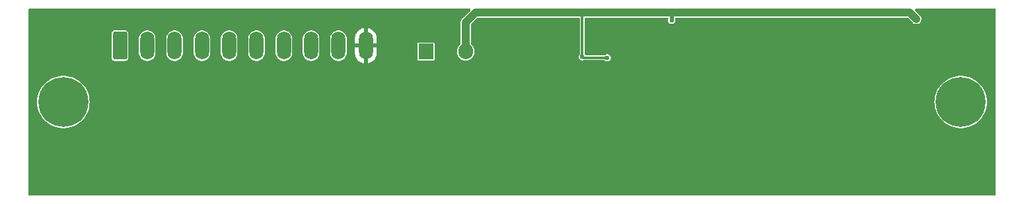
<source format=gbr>
%TF.GenerationSoftware,KiCad,Pcbnew,8.0.1*%
%TF.CreationDate,2025-01-20T12:05:53-05:00*%
%TF.ProjectId,200280,32303032-3830-42e6-9b69-6361645f7063,rev?*%
%TF.SameCoordinates,PX3473bc0PY5f5e100*%
%TF.FileFunction,Copper,L2,Bot*%
%TF.FilePolarity,Positive*%
%FSLAX46Y46*%
G04 Gerber Fmt 4.6, Leading zero omitted, Abs format (unit mm)*
G04 Created by KiCad (PCBNEW 8.0.1) date 2025-01-20 12:05:53*
%MOMM*%
%LPD*%
G01*
G04 APERTURE LIST*
G04 Aperture macros list*
%AMRoundRect*
0 Rectangle with rounded corners*
0 $1 Rounding radius*
0 $2 $3 $4 $5 $6 $7 $8 $9 X,Y pos of 4 corners*
0 Add a 4 corners polygon primitive as box body*
4,1,4,$2,$3,$4,$5,$6,$7,$8,$9,$2,$3,0*
0 Add four circle primitives for the rounded corners*
1,1,$1+$1,$2,$3*
1,1,$1+$1,$4,$5*
1,1,$1+$1,$6,$7*
1,1,$1+$1,$8,$9*
0 Add four rect primitives between the rounded corners*
20,1,$1+$1,$2,$3,$4,$5,0*
20,1,$1+$1,$4,$5,$6,$7,0*
20,1,$1+$1,$6,$7,$8,$9,0*
20,1,$1+$1,$8,$9,$2,$3,0*%
G04 Aperture macros list end*
%TA.AperFunction,ComponentPad*%
%ADD10RoundRect,0.250000X-0.650000X-1.550000X0.650000X-1.550000X0.650000X1.550000X-0.650000X1.550000X0*%
%TD*%
%TA.AperFunction,ComponentPad*%
%ADD11O,1.800000X3.600000*%
%TD*%
%TA.AperFunction,ComponentPad*%
%ADD12C,6.400000*%
%TD*%
%TA.AperFunction,ComponentPad*%
%ADD13O,1.905000X2.000000*%
%TD*%
%TA.AperFunction,ComponentPad*%
%ADD14R,1.905000X2.000000*%
%TD*%
%TA.AperFunction,ViaPad*%
%ADD15C,0.600000*%
%TD*%
%TA.AperFunction,Conductor*%
%ADD16C,0.300000*%
%TD*%
%TA.AperFunction,Conductor*%
%ADD17C,1.000000*%
%TD*%
%TA.AperFunction,Conductor*%
%ADD18C,0.500000*%
%TD*%
G04 APERTURE END LIST*
D10*
%TO.P,J1,1,Pin_1*%
%TO.N,/WallButton*%
X12250000Y19750000D03*
D11*
%TO.P,J1,2,Pin_2*%
%TO.N,/Return?*%
X15750000Y19750000D03*
%TO.P,J1,3,Pin_3*%
%TO.N,/Relay3_*%
X19250000Y19750000D03*
%TO.P,J1,4,Pin_4*%
%TO.N,/Relay2_*%
X22750000Y19750000D03*
%TO.P,J1,5,Pin_5*%
%TO.N,/Relay1_Light*%
X26250000Y19750000D03*
%TO.P,J1,6,Pin_6*%
%TO.N,/EndStopClosed*%
X29750000Y19750000D03*
%TO.P,J1,7,Pin_7*%
%TO.N,/EndStopOpen*%
X33250000Y19750000D03*
%TO.P,J1,8,Pin_8*%
%TO.N,/Obstruction*%
X36750000Y19750000D03*
%TO.P,J1,9,Pin_9*%
%TO.N,/PowerIn*%
X40250000Y19750000D03*
%TO.P,J1,10,Pin_10*%
%TO.N,GND*%
X43750000Y19750000D03*
%TD*%
D12*
%TO.P,H1,1,1*%
%TO.N,unconnected-(H1-Pad1)*%
X5000000Y12500000D03*
%TD*%
D13*
%TO.P,U3,3,VO*%
%TO.N,+5V*%
X56540000Y19000000D03*
%TO.P,U3,2,GND*%
%TO.N,GND*%
X54000000Y19000000D03*
D14*
%TO.P,U3,1,VI*%
%TO.N,/PowerIn*%
X51460000Y19000000D03*
%TD*%
D12*
%TO.P,H4,1,1*%
%TO.N,unconnected-(H4-Pad1)*%
X120000000Y12500000D03*
%TD*%
D15*
%TO.N,GND*%
X85500000Y7800000D03*
X72300000Y21400000D03*
X75700000Y16200000D03*
X67342195Y21342195D03*
X66912754Y19710432D03*
%TO.N,+5V*%
X74700000Y18200000D03*
X71500000Y18300000D03*
%TO.N,GND*%
X113400000Y20400000D03*
X113400000Y18600000D03*
X86500000Y19000000D03*
X85200000Y19000000D03*
X84200000Y12400000D03*
X84100000Y11425000D03*
X113700000Y19533000D03*
X87500000Y11400000D03*
X87400000Y17200000D03*
%TO.N,+5V*%
X82950000Y23000000D03*
X114300000Y23200000D03*
%TD*%
D16*
%TO.N,+5V*%
X71600000Y18200000D02*
X71500000Y18300000D01*
X74700000Y18200000D02*
X71600000Y18200000D01*
D17*
X71500000Y24000000D02*
X80400000Y24000000D01*
X57800000Y24000000D02*
X71500000Y24000000D01*
D16*
X71500000Y18300000D02*
X71500000Y24000000D01*
D17*
X80400000Y24000000D02*
X83000000Y24000000D01*
D16*
X82950000Y23950000D02*
X83000000Y24000000D01*
D17*
X83000000Y24000000D02*
X113500000Y24000000D01*
D18*
X82950000Y23000000D02*
X82950000Y23950000D01*
D17*
X56540000Y22740000D02*
X57800000Y24000000D01*
X113500000Y24000000D02*
X114300000Y23200000D01*
X56540000Y19000000D02*
X56540000Y22740000D01*
%TD*%
%TA.AperFunction,Conductor*%
%TO.N,GND*%
G36*
X57133089Y24479815D02*
G01*
X57178844Y24427011D01*
X57188788Y24357853D01*
X57159763Y24294297D01*
X57153731Y24287819D01*
X56118956Y23253044D01*
X56081412Y23215500D01*
X56026954Y23161043D01*
X55954675Y23052871D01*
X55954668Y23052858D01*
X55935815Y23007340D01*
X55935815Y23007339D01*
X55904883Y22932664D01*
X55904880Y22932654D01*
X55888121Y22848398D01*
X55879500Y22805059D01*
X55879500Y20006544D01*
X55859815Y19939505D01*
X55828388Y19906228D01*
X55814932Y19896452D01*
X55814926Y19896447D01*
X55691049Y19772570D01*
X55691045Y19772565D01*
X55588079Y19630843D01*
X55508543Y19474749D01*
X55454405Y19308129D01*
X55427000Y19135100D01*
X55427000Y18864901D01*
X55454405Y18691872D01*
X55508543Y18525252D01*
X55588079Y18369158D01*
X55691045Y18227436D01*
X55691049Y18227431D01*
X55814930Y18103550D01*
X55814935Y18103546D01*
X55890729Y18048479D01*
X55956661Y18000577D01*
X56056121Y17949900D01*
X56112751Y17921044D01*
X56112753Y17921044D01*
X56112756Y17921042D01*
X56279372Y17866905D01*
X56378090Y17851270D01*
X56452401Y17839500D01*
X56452405Y17839500D01*
X56627599Y17839500D01*
X56694704Y17850129D01*
X56800628Y17866905D01*
X56967244Y17921042D01*
X57123339Y18000577D01*
X57265071Y18103551D01*
X57388949Y18227429D01*
X57491923Y18369161D01*
X57571458Y18525256D01*
X57625595Y18691872D01*
X57642371Y18797796D01*
X57653000Y18864901D01*
X57653000Y19135100D01*
X57639714Y19218982D01*
X57625595Y19308128D01*
X57571458Y19474744D01*
X57571456Y19474747D01*
X57571456Y19474749D01*
X57542600Y19531379D01*
X57491923Y19630839D01*
X57462738Y19671009D01*
X57388954Y19772565D01*
X57388950Y19772570D01*
X57265073Y19896447D01*
X57265067Y19896452D01*
X57251612Y19906228D01*
X57208948Y19961559D01*
X57200500Y20006544D01*
X57200500Y22415050D01*
X57220185Y22482089D01*
X57236819Y22502731D01*
X58037269Y23303181D01*
X58098592Y23336666D01*
X58124950Y23339500D01*
X71065500Y23339500D01*
X71132539Y23319815D01*
X71178294Y23267011D01*
X71189500Y23215500D01*
X71189500Y18691117D01*
X71169815Y18624078D01*
X71159213Y18609914D01*
X71108620Y18551528D01*
X71108618Y18551525D01*
X71053610Y18431076D01*
X71053609Y18431072D01*
X71034765Y18300000D01*
X71053609Y18168929D01*
X71053610Y18168925D01*
X71108617Y18048479D01*
X71108619Y18048475D01*
X71195336Y17948399D01*
X71306734Y17876807D01*
X71383696Y17854209D01*
X71433789Y17839500D01*
X71433790Y17839500D01*
X71566210Y17839500D01*
X71693266Y17876807D01*
X71693268Y17876809D01*
X71693270Y17876809D01*
X71696528Y17878296D01*
X71748035Y17889500D01*
X74303092Y17889500D01*
X74370131Y17869815D01*
X74388421Y17853968D01*
X74388631Y17854209D01*
X74395332Y17848403D01*
X74395336Y17848399D01*
X74506734Y17776807D01*
X74596482Y17750455D01*
X74633789Y17739500D01*
X74633790Y17739500D01*
X74766210Y17739500D01*
X74893266Y17776807D01*
X75004664Y17848399D01*
X75091381Y17948475D01*
X75137049Y18048474D01*
X75146389Y18068925D01*
X75146390Y18068929D01*
X75151367Y18103546D01*
X75165235Y18200000D01*
X75146390Y18331072D01*
X75146389Y18331076D01*
X75108390Y18414280D01*
X75091381Y18451525D01*
X75004664Y18551601D01*
X74948965Y18587397D01*
X74893268Y18623192D01*
X74893266Y18623193D01*
X74766211Y18660500D01*
X74766210Y18660500D01*
X74633790Y18660500D01*
X74633789Y18660500D01*
X74506733Y18623193D01*
X74506731Y18623192D01*
X74395337Y18551602D01*
X74388631Y18545791D01*
X74387377Y18547238D01*
X74338023Y18515522D01*
X74303092Y18510500D01*
X71983558Y18510500D01*
X71916519Y18530185D01*
X71889846Y18553296D01*
X71863339Y18583887D01*
X71840786Y18609915D01*
X71811762Y18673471D01*
X71810500Y18691117D01*
X71810500Y23215500D01*
X71830185Y23282539D01*
X71882989Y23328294D01*
X71934500Y23339500D01*
X80334946Y23339500D01*
X82405848Y23339500D01*
X82472887Y23319815D01*
X82518642Y23267011D01*
X82528586Y23197853D01*
X82518642Y23163988D01*
X82503610Y23131075D01*
X82503609Y23131072D01*
X82484765Y23000000D01*
X82503609Y22868929D01*
X82503610Y22868925D01*
X82558617Y22748479D01*
X82558619Y22748475D01*
X82645336Y22648399D01*
X82756734Y22576807D01*
X82846482Y22550455D01*
X82883789Y22539500D01*
X82883790Y22539500D01*
X83016210Y22539500D01*
X83143266Y22576807D01*
X83254664Y22648399D01*
X83341381Y22748475D01*
X83396390Y22868928D01*
X83415235Y23000000D01*
X83396390Y23131072D01*
X83394621Y23134945D01*
X83381358Y23163988D01*
X83371414Y23233146D01*
X83400439Y23296702D01*
X83459217Y23334477D01*
X83494152Y23339500D01*
X113175050Y23339500D01*
X113242089Y23319815D01*
X113262731Y23303181D01*
X113878952Y22686959D01*
X113878955Y22686956D01*
X113987137Y22614671D01*
X114047237Y22589777D01*
X114107339Y22564882D01*
X114234941Y22539501D01*
X114234945Y22539500D01*
X114234946Y22539500D01*
X114365055Y22539500D01*
X114365056Y22539501D01*
X114492661Y22564882D01*
X114612864Y22614672D01*
X114721044Y22686956D01*
X114813044Y22778956D01*
X114885328Y22887136D01*
X114935118Y23007339D01*
X114960500Y23134946D01*
X114960500Y23265054D01*
X114935118Y23392661D01*
X114910223Y23452763D01*
X114885329Y23512863D01*
X114813044Y23621045D01*
X114813041Y23621048D01*
X114146269Y24287819D01*
X114112784Y24349142D01*
X114117768Y24418833D01*
X114159639Y24474767D01*
X114225104Y24499184D01*
X114233950Y24499500D01*
X124376000Y24499500D01*
X124443039Y24479815D01*
X124488794Y24427011D01*
X124500000Y24375500D01*
X124500000Y624500D01*
X124480315Y557461D01*
X124427511Y511706D01*
X124376000Y500500D01*
X624500Y500500D01*
X557461Y520185D01*
X511706Y572989D01*
X500500Y624500D01*
X500500Y12499998D01*
X1634564Y12499998D01*
X1654292Y12136135D01*
X1654293Y12136118D01*
X1713243Y11776544D01*
X1713249Y11776518D01*
X1810730Y11425422D01*
X1810732Y11425415D01*
X1945608Y11086900D01*
X1945613Y11086890D01*
X2116302Y10764936D01*
X2320800Y10463325D01*
X2556709Y10185591D01*
X2821263Y9934992D01*
X3111361Y9714466D01*
X3423601Y9526597D01*
X3423605Y9526596D01*
X3423609Y9526593D01*
X3754313Y9373593D01*
X3754324Y9373588D01*
X4099650Y9257234D01*
X4455533Y9178898D01*
X4817799Y9139500D01*
X4817805Y9139500D01*
X5182195Y9139500D01*
X5182201Y9139500D01*
X5544467Y9178898D01*
X5900350Y9257234D01*
X6245676Y9373588D01*
X6576399Y9526597D01*
X6888639Y9714466D01*
X7178737Y9934992D01*
X7443291Y10185591D01*
X7679200Y10463325D01*
X7883698Y10764936D01*
X8054387Y11086890D01*
X8189266Y11425411D01*
X8286754Y11776531D01*
X8345708Y12136132D01*
X8365436Y12499998D01*
X116634564Y12499998D01*
X116654292Y12136135D01*
X116654293Y12136118D01*
X116713243Y11776544D01*
X116713249Y11776518D01*
X116810730Y11425422D01*
X116810732Y11425415D01*
X116945608Y11086900D01*
X116945613Y11086890D01*
X117116302Y10764936D01*
X117320800Y10463325D01*
X117556709Y10185591D01*
X117821263Y9934992D01*
X118111361Y9714466D01*
X118423601Y9526597D01*
X118423605Y9526596D01*
X118423609Y9526593D01*
X118754313Y9373593D01*
X118754324Y9373588D01*
X119099650Y9257234D01*
X119455533Y9178898D01*
X119817799Y9139500D01*
X119817805Y9139500D01*
X120182195Y9139500D01*
X120182201Y9139500D01*
X120544467Y9178898D01*
X120900350Y9257234D01*
X121245676Y9373588D01*
X121576399Y9526597D01*
X121888639Y9714466D01*
X122178737Y9934992D01*
X122443291Y10185591D01*
X122679200Y10463325D01*
X122883698Y10764936D01*
X123054387Y11086890D01*
X123189266Y11425411D01*
X123286754Y11776531D01*
X123345708Y12136132D01*
X123365436Y12500000D01*
X123345708Y12863868D01*
X123286754Y13223469D01*
X123189266Y13574589D01*
X123054387Y13913110D01*
X122883698Y14235064D01*
X122679200Y14536675D01*
X122443291Y14814409D01*
X122178737Y15065008D01*
X122178730Y15065014D01*
X122178727Y15065016D01*
X122109913Y15117327D01*
X121888639Y15285534D01*
X121681202Y15410345D01*
X121576403Y15473401D01*
X121576390Y15473408D01*
X121245686Y15626408D01*
X121245681Y15626410D01*
X121245676Y15626412D01*
X121077349Y15683128D01*
X120900349Y15742767D01*
X120544465Y15821103D01*
X120182204Y15860500D01*
X120182201Y15860500D01*
X119817799Y15860500D01*
X119817795Y15860500D01*
X119455534Y15821103D01*
X119099650Y15742767D01*
X118832705Y15652822D01*
X118754324Y15626412D01*
X118754321Y15626411D01*
X118754313Y15626408D01*
X118423609Y15473408D01*
X118423596Y15473401D01*
X118163762Y15317064D01*
X118111361Y15285534D01*
X118021445Y15217182D01*
X117821272Y15065016D01*
X117821263Y15065008D01*
X117556706Y14814407D01*
X117556701Y14814401D01*
X117320799Y14536675D01*
X117116302Y14235065D01*
X116945617Y13913119D01*
X116945608Y13913101D01*
X116810732Y13574586D01*
X116810730Y13574579D01*
X116713249Y13223483D01*
X116713243Y13223457D01*
X116654293Y12863883D01*
X116654292Y12863866D01*
X116634564Y12500003D01*
X116634564Y12499998D01*
X8365436Y12499998D01*
X8365436Y12500000D01*
X8345708Y12863868D01*
X8286754Y13223469D01*
X8189266Y13574589D01*
X8054387Y13913110D01*
X7883698Y14235064D01*
X7679200Y14536675D01*
X7443291Y14814409D01*
X7178737Y15065008D01*
X7178730Y15065014D01*
X7178727Y15065016D01*
X7109913Y15117327D01*
X6888639Y15285534D01*
X6681202Y15410345D01*
X6576403Y15473401D01*
X6576390Y15473408D01*
X6245686Y15626408D01*
X6245681Y15626410D01*
X6245676Y15626412D01*
X6077349Y15683128D01*
X5900349Y15742767D01*
X5544465Y15821103D01*
X5182204Y15860500D01*
X5182201Y15860500D01*
X4817799Y15860500D01*
X4817795Y15860500D01*
X4455534Y15821103D01*
X4099650Y15742767D01*
X3832705Y15652822D01*
X3754324Y15626412D01*
X3754321Y15626411D01*
X3754313Y15626408D01*
X3423609Y15473408D01*
X3423596Y15473401D01*
X3163762Y15317064D01*
X3111361Y15285534D01*
X3021445Y15217182D01*
X2821272Y15065016D01*
X2821263Y15065008D01*
X2556706Y14814407D01*
X2556701Y14814401D01*
X2320799Y14536675D01*
X2116302Y14235065D01*
X1945617Y13913119D01*
X1945608Y13913101D01*
X1810732Y13574586D01*
X1810730Y13574579D01*
X1713249Y13223483D01*
X1713243Y13223457D01*
X1654293Y12863883D01*
X1654292Y12863866D01*
X1634564Y12500003D01*
X1634564Y12499998D01*
X500500Y12499998D01*
X500500Y18167689D01*
X11189500Y18167689D01*
X11204723Y18071572D01*
X11204723Y18071571D01*
X11204724Y18071568D01*
X11204725Y18071567D01*
X11216491Y18048474D01*
X11263760Y17955705D01*
X11263763Y17955701D01*
X11355700Y17863764D01*
X11355704Y17863761D01*
X11355706Y17863759D01*
X11471567Y17804725D01*
X11471569Y17804725D01*
X11471571Y17804724D01*
X11500728Y17800107D01*
X11567693Y17789500D01*
X12932306Y17789501D01*
X12932311Y17789501D01*
X12932311Y17789502D01*
X12980369Y17797113D01*
X13028428Y17804724D01*
X13028429Y17804724D01*
X13028430Y17804725D01*
X13028433Y17804725D01*
X13144294Y17863759D01*
X13236241Y17955706D01*
X13295275Y18071567D01*
X13310500Y18167693D01*
X13310500Y18745548D01*
X14689499Y18745548D01*
X14730253Y18540671D01*
X14730255Y18540663D01*
X14810193Y18347672D01*
X14810200Y18347659D01*
X14926255Y18173972D01*
X14926258Y18173968D01*
X15073967Y18026259D01*
X15073971Y18026256D01*
X15247658Y17910201D01*
X15247671Y17910194D01*
X15359777Y17863759D01*
X15440664Y17830255D01*
X15490834Y17820276D01*
X15645547Y17789500D01*
X15645550Y17789500D01*
X15854452Y17789500D01*
X15957593Y17810017D01*
X16059336Y17830255D01*
X16252335Y17910197D01*
X16426029Y18026256D01*
X16573744Y18173971D01*
X16689803Y18347665D01*
X16769745Y18540664D01*
X16796162Y18673471D01*
X16810500Y18745548D01*
X18189499Y18745548D01*
X18230253Y18540671D01*
X18230255Y18540663D01*
X18310193Y18347672D01*
X18310200Y18347659D01*
X18426255Y18173972D01*
X18426258Y18173968D01*
X18573967Y18026259D01*
X18573971Y18026256D01*
X18747658Y17910201D01*
X18747671Y17910194D01*
X18859777Y17863759D01*
X18940664Y17830255D01*
X18990834Y17820276D01*
X19145547Y17789500D01*
X19145550Y17789500D01*
X19354452Y17789500D01*
X19457593Y17810017D01*
X19559336Y17830255D01*
X19752335Y17910197D01*
X19926029Y18026256D01*
X20073744Y18173971D01*
X20189803Y18347665D01*
X20269745Y18540664D01*
X20296162Y18673471D01*
X20310500Y18745548D01*
X21689499Y18745548D01*
X21730253Y18540671D01*
X21730255Y18540663D01*
X21810193Y18347672D01*
X21810200Y18347659D01*
X21926255Y18173972D01*
X21926258Y18173968D01*
X22073967Y18026259D01*
X22073971Y18026256D01*
X22247658Y17910201D01*
X22247671Y17910194D01*
X22359777Y17863759D01*
X22440664Y17830255D01*
X22490834Y17820276D01*
X22645547Y17789500D01*
X22645550Y17789500D01*
X22854452Y17789500D01*
X22957593Y17810017D01*
X23059336Y17830255D01*
X23252335Y17910197D01*
X23426029Y18026256D01*
X23573744Y18173971D01*
X23689803Y18347665D01*
X23769745Y18540664D01*
X23796162Y18673471D01*
X23810500Y18745548D01*
X25189499Y18745548D01*
X25230253Y18540671D01*
X25230255Y18540663D01*
X25310193Y18347672D01*
X25310200Y18347659D01*
X25426255Y18173972D01*
X25426258Y18173968D01*
X25573967Y18026259D01*
X25573971Y18026256D01*
X25747658Y17910201D01*
X25747671Y17910194D01*
X25859777Y17863759D01*
X25940664Y17830255D01*
X25990834Y17820276D01*
X26145547Y17789500D01*
X26145550Y17789500D01*
X26354452Y17789500D01*
X26457593Y17810017D01*
X26559336Y17830255D01*
X26752335Y17910197D01*
X26926029Y18026256D01*
X27073744Y18173971D01*
X27189803Y18347665D01*
X27269745Y18540664D01*
X27296162Y18673471D01*
X27310500Y18745548D01*
X28689499Y18745548D01*
X28730253Y18540671D01*
X28730255Y18540663D01*
X28810193Y18347672D01*
X28810200Y18347659D01*
X28926255Y18173972D01*
X28926258Y18173968D01*
X29073967Y18026259D01*
X29073971Y18026256D01*
X29247658Y17910201D01*
X29247671Y17910194D01*
X29359777Y17863759D01*
X29440664Y17830255D01*
X29490834Y17820276D01*
X29645547Y17789500D01*
X29645550Y17789500D01*
X29854452Y17789500D01*
X29957593Y17810017D01*
X30059336Y17830255D01*
X30252335Y17910197D01*
X30426029Y18026256D01*
X30573744Y18173971D01*
X30689803Y18347665D01*
X30769745Y18540664D01*
X30796162Y18673471D01*
X30810500Y18745548D01*
X32189499Y18745548D01*
X32230253Y18540671D01*
X32230255Y18540663D01*
X32310193Y18347672D01*
X32310200Y18347659D01*
X32426255Y18173972D01*
X32426258Y18173968D01*
X32573967Y18026259D01*
X32573971Y18026256D01*
X32747658Y17910201D01*
X32747671Y17910194D01*
X32859777Y17863759D01*
X32940664Y17830255D01*
X32990834Y17820276D01*
X33145547Y17789500D01*
X33145550Y17789500D01*
X33354452Y17789500D01*
X33457593Y17810017D01*
X33559336Y17830255D01*
X33752335Y17910197D01*
X33926029Y18026256D01*
X34073744Y18173971D01*
X34189803Y18347665D01*
X34269745Y18540664D01*
X34296162Y18673471D01*
X34310500Y18745548D01*
X35689499Y18745548D01*
X35730253Y18540671D01*
X35730255Y18540663D01*
X35810193Y18347672D01*
X35810200Y18347659D01*
X35926255Y18173972D01*
X35926258Y18173968D01*
X36073967Y18026259D01*
X36073971Y18026256D01*
X36247658Y17910201D01*
X36247671Y17910194D01*
X36359777Y17863759D01*
X36440664Y17830255D01*
X36490834Y17820276D01*
X36645547Y17789500D01*
X36645550Y17789500D01*
X36854452Y17789500D01*
X36957593Y17810017D01*
X37059336Y17830255D01*
X37252335Y17910197D01*
X37426029Y18026256D01*
X37573744Y18173971D01*
X37689803Y18347665D01*
X37769745Y18540664D01*
X37796162Y18673471D01*
X37810500Y18745548D01*
X39189499Y18745548D01*
X39230253Y18540671D01*
X39230255Y18540663D01*
X39310193Y18347672D01*
X39310200Y18347659D01*
X39426255Y18173972D01*
X39426258Y18173968D01*
X39573967Y18026259D01*
X39573971Y18026256D01*
X39747658Y17910201D01*
X39747671Y17910194D01*
X39859777Y17863759D01*
X39940664Y17830255D01*
X39990834Y17820276D01*
X40145547Y17789500D01*
X40145550Y17789500D01*
X40354452Y17789500D01*
X40457593Y17810017D01*
X40559336Y17830255D01*
X40752335Y17910197D01*
X40926029Y18026256D01*
X41073744Y18173971D01*
X41189803Y18347665D01*
X41269745Y18540664D01*
X41296162Y18673471D01*
X41309360Y18739819D01*
X42350000Y18739819D01*
X42384473Y18522165D01*
X42452567Y18312590D01*
X42552613Y18116240D01*
X42682142Y17937959D01*
X42837958Y17782143D01*
X43016239Y17652614D01*
X43212589Y17552568D01*
X43422163Y17484474D01*
X43499999Y17472146D01*
X43500000Y17472146D01*
X43500000Y19201518D01*
X43518409Y19190889D01*
X43671009Y19150000D01*
X43828991Y19150000D01*
X43981591Y19190889D01*
X44000000Y19201518D01*
X44000000Y17472146D01*
X44077834Y17484474D01*
X44077837Y17484474D01*
X44287410Y17552568D01*
X44483760Y17652614D01*
X44662041Y17782143D01*
X44817857Y17937959D01*
X44851447Y17984192D01*
X50346999Y17984192D01*
X50356312Y17937377D01*
X50367227Y17921042D01*
X50391786Y17884286D01*
X50436800Y17854209D01*
X50444876Y17848813D01*
X50491691Y17839500D01*
X50491694Y17839500D01*
X52428308Y17839500D01*
X52459518Y17845709D01*
X52475124Y17848813D01*
X52528214Y17884286D01*
X52563687Y17937376D01*
X52573000Y17984194D01*
X52573000Y20015806D01*
X52573000Y20015809D01*
X52563687Y20062624D01*
X52528214Y20115714D01*
X52475124Y20151187D01*
X52475123Y20151188D01*
X52428308Y20160500D01*
X52428306Y20160500D01*
X50491694Y20160500D01*
X50491692Y20160500D01*
X50444876Y20151188D01*
X50391786Y20115714D01*
X50356312Y20062624D01*
X50347000Y20015809D01*
X50347000Y20015806D01*
X50347000Y17984194D01*
X50347000Y17984192D01*
X50346999Y17984192D01*
X44851447Y17984192D01*
X44947386Y18116240D01*
X45047432Y18312590D01*
X45115526Y18522165D01*
X45150000Y18739819D01*
X45150000Y19500000D01*
X44298482Y19500000D01*
X44309111Y19518409D01*
X44350000Y19671009D01*
X44350000Y19828991D01*
X44309111Y19981591D01*
X44298482Y20000000D01*
X45150000Y20000000D01*
X45150000Y20760182D01*
X45115526Y20977836D01*
X45047432Y21187411D01*
X44947386Y21383761D01*
X44817857Y21562042D01*
X44662041Y21717858D01*
X44483760Y21847387D01*
X44287410Y21947433D01*
X44077836Y22015527D01*
X44000000Y22027856D01*
X44000000Y20298483D01*
X43981591Y20309111D01*
X43828991Y20350000D01*
X43671009Y20350000D01*
X43518409Y20309111D01*
X43500000Y20298483D01*
X43500000Y22027856D01*
X43422164Y22015527D01*
X43422161Y22015527D01*
X43212589Y21947433D01*
X43016239Y21847387D01*
X42837958Y21717858D01*
X42682142Y21562042D01*
X42552613Y21383761D01*
X42452567Y21187411D01*
X42384473Y20977836D01*
X42350000Y20760182D01*
X42350000Y20000000D01*
X43201518Y20000000D01*
X43190889Y19981591D01*
X43150000Y19828991D01*
X43150000Y19671009D01*
X43190889Y19518409D01*
X43201518Y19500000D01*
X42350000Y19500000D01*
X42350000Y18739819D01*
X41309360Y18739819D01*
X41310500Y18745548D01*
X41310500Y20754453D01*
X41269746Y20959330D01*
X41269745Y20959336D01*
X41249759Y21007586D01*
X41189806Y21152329D01*
X41189799Y21152342D01*
X41073744Y21326029D01*
X41073741Y21326033D01*
X40926032Y21473742D01*
X40926028Y21473745D01*
X40752341Y21589800D01*
X40752328Y21589807D01*
X40559337Y21669745D01*
X40559329Y21669747D01*
X40354452Y21710500D01*
X40354450Y21710500D01*
X40145550Y21710500D01*
X40145548Y21710500D01*
X39940670Y21669747D01*
X39940662Y21669745D01*
X39747671Y21589807D01*
X39747658Y21589800D01*
X39573971Y21473745D01*
X39573967Y21473742D01*
X39426258Y21326033D01*
X39426255Y21326029D01*
X39310200Y21152342D01*
X39310193Y21152329D01*
X39230255Y20959338D01*
X39230253Y20959330D01*
X39189500Y20754453D01*
X39189500Y20754450D01*
X39189500Y18745550D01*
X39189500Y18745548D01*
X39189499Y18745548D01*
X37810500Y18745548D01*
X37810500Y20754453D01*
X37769746Y20959330D01*
X37769745Y20959336D01*
X37749759Y21007586D01*
X37689806Y21152329D01*
X37689799Y21152342D01*
X37573744Y21326029D01*
X37573741Y21326033D01*
X37426032Y21473742D01*
X37426028Y21473745D01*
X37252341Y21589800D01*
X37252328Y21589807D01*
X37059337Y21669745D01*
X37059329Y21669747D01*
X36854452Y21710500D01*
X36854450Y21710500D01*
X36645550Y21710500D01*
X36645548Y21710500D01*
X36440670Y21669747D01*
X36440662Y21669745D01*
X36247671Y21589807D01*
X36247658Y21589800D01*
X36073971Y21473745D01*
X36073967Y21473742D01*
X35926258Y21326033D01*
X35926255Y21326029D01*
X35810200Y21152342D01*
X35810193Y21152329D01*
X35730255Y20959338D01*
X35730253Y20959330D01*
X35689500Y20754453D01*
X35689500Y20754450D01*
X35689500Y18745550D01*
X35689500Y18745548D01*
X35689499Y18745548D01*
X34310500Y18745548D01*
X34310500Y20754453D01*
X34269746Y20959330D01*
X34269745Y20959336D01*
X34249759Y21007586D01*
X34189806Y21152329D01*
X34189799Y21152342D01*
X34073744Y21326029D01*
X34073741Y21326033D01*
X33926032Y21473742D01*
X33926028Y21473745D01*
X33752341Y21589800D01*
X33752328Y21589807D01*
X33559337Y21669745D01*
X33559329Y21669747D01*
X33354452Y21710500D01*
X33354450Y21710500D01*
X33145550Y21710500D01*
X33145548Y21710500D01*
X32940670Y21669747D01*
X32940662Y21669745D01*
X32747671Y21589807D01*
X32747658Y21589800D01*
X32573971Y21473745D01*
X32573967Y21473742D01*
X32426258Y21326033D01*
X32426255Y21326029D01*
X32310200Y21152342D01*
X32310193Y21152329D01*
X32230255Y20959338D01*
X32230253Y20959330D01*
X32189500Y20754453D01*
X32189500Y20754450D01*
X32189500Y18745550D01*
X32189500Y18745548D01*
X32189499Y18745548D01*
X30810500Y18745548D01*
X30810500Y20754453D01*
X30769746Y20959330D01*
X30769745Y20959336D01*
X30749759Y21007586D01*
X30689806Y21152329D01*
X30689799Y21152342D01*
X30573744Y21326029D01*
X30573741Y21326033D01*
X30426032Y21473742D01*
X30426028Y21473745D01*
X30252341Y21589800D01*
X30252328Y21589807D01*
X30059337Y21669745D01*
X30059329Y21669747D01*
X29854452Y21710500D01*
X29854450Y21710500D01*
X29645550Y21710500D01*
X29645548Y21710500D01*
X29440670Y21669747D01*
X29440662Y21669745D01*
X29247671Y21589807D01*
X29247658Y21589800D01*
X29073971Y21473745D01*
X29073967Y21473742D01*
X28926258Y21326033D01*
X28926255Y21326029D01*
X28810200Y21152342D01*
X28810193Y21152329D01*
X28730255Y20959338D01*
X28730253Y20959330D01*
X28689500Y20754453D01*
X28689500Y20754450D01*
X28689500Y18745550D01*
X28689500Y18745548D01*
X28689499Y18745548D01*
X27310500Y18745548D01*
X27310500Y20754453D01*
X27269746Y20959330D01*
X27269745Y20959336D01*
X27249759Y21007586D01*
X27189806Y21152329D01*
X27189799Y21152342D01*
X27073744Y21326029D01*
X27073741Y21326033D01*
X26926032Y21473742D01*
X26926028Y21473745D01*
X26752341Y21589800D01*
X26752328Y21589807D01*
X26559337Y21669745D01*
X26559329Y21669747D01*
X26354452Y21710500D01*
X26354450Y21710500D01*
X26145550Y21710500D01*
X26145548Y21710500D01*
X25940670Y21669747D01*
X25940662Y21669745D01*
X25747671Y21589807D01*
X25747658Y21589800D01*
X25573971Y21473745D01*
X25573967Y21473742D01*
X25426258Y21326033D01*
X25426255Y21326029D01*
X25310200Y21152342D01*
X25310193Y21152329D01*
X25230255Y20959338D01*
X25230253Y20959330D01*
X25189500Y20754453D01*
X25189500Y20754450D01*
X25189500Y18745550D01*
X25189500Y18745548D01*
X25189499Y18745548D01*
X23810500Y18745548D01*
X23810500Y20754453D01*
X23769746Y20959330D01*
X23769745Y20959336D01*
X23749759Y21007586D01*
X23689806Y21152329D01*
X23689799Y21152342D01*
X23573744Y21326029D01*
X23573741Y21326033D01*
X23426032Y21473742D01*
X23426028Y21473745D01*
X23252341Y21589800D01*
X23252328Y21589807D01*
X23059337Y21669745D01*
X23059329Y21669747D01*
X22854452Y21710500D01*
X22854450Y21710500D01*
X22645550Y21710500D01*
X22645548Y21710500D01*
X22440670Y21669747D01*
X22440662Y21669745D01*
X22247671Y21589807D01*
X22247658Y21589800D01*
X22073971Y21473745D01*
X22073967Y21473742D01*
X21926258Y21326033D01*
X21926255Y21326029D01*
X21810200Y21152342D01*
X21810193Y21152329D01*
X21730255Y20959338D01*
X21730253Y20959330D01*
X21689500Y20754453D01*
X21689500Y20754450D01*
X21689500Y18745550D01*
X21689500Y18745548D01*
X21689499Y18745548D01*
X20310500Y18745548D01*
X20310500Y20754453D01*
X20269746Y20959330D01*
X20269745Y20959336D01*
X20249759Y21007586D01*
X20189806Y21152329D01*
X20189799Y21152342D01*
X20073744Y21326029D01*
X20073741Y21326033D01*
X19926032Y21473742D01*
X19926028Y21473745D01*
X19752341Y21589800D01*
X19752328Y21589807D01*
X19559337Y21669745D01*
X19559329Y21669747D01*
X19354452Y21710500D01*
X19354450Y21710500D01*
X19145550Y21710500D01*
X19145548Y21710500D01*
X18940670Y21669747D01*
X18940662Y21669745D01*
X18747671Y21589807D01*
X18747658Y21589800D01*
X18573971Y21473745D01*
X18573967Y21473742D01*
X18426258Y21326033D01*
X18426255Y21326029D01*
X18310200Y21152342D01*
X18310193Y21152329D01*
X18230255Y20959338D01*
X18230253Y20959330D01*
X18189500Y20754453D01*
X18189500Y20754450D01*
X18189500Y18745550D01*
X18189500Y18745548D01*
X18189499Y18745548D01*
X16810500Y18745548D01*
X16810500Y20754453D01*
X16769746Y20959330D01*
X16769745Y20959336D01*
X16749759Y21007586D01*
X16689806Y21152329D01*
X16689799Y21152342D01*
X16573744Y21326029D01*
X16573741Y21326033D01*
X16426032Y21473742D01*
X16426028Y21473745D01*
X16252341Y21589800D01*
X16252328Y21589807D01*
X16059337Y21669745D01*
X16059329Y21669747D01*
X15854452Y21710500D01*
X15854450Y21710500D01*
X15645550Y21710500D01*
X15645548Y21710500D01*
X15440670Y21669747D01*
X15440662Y21669745D01*
X15247671Y21589807D01*
X15247658Y21589800D01*
X15073971Y21473745D01*
X15073967Y21473742D01*
X14926258Y21326033D01*
X14926255Y21326029D01*
X14810200Y21152342D01*
X14810193Y21152329D01*
X14730255Y20959338D01*
X14730253Y20959330D01*
X14689500Y20754453D01*
X14689500Y20754450D01*
X14689500Y18745550D01*
X14689500Y18745548D01*
X14689499Y18745548D01*
X13310500Y18745548D01*
X13310499Y21332306D01*
X13310499Y21332308D01*
X13310499Y21332312D01*
X13295276Y21428429D01*
X13295276Y21428430D01*
X13295275Y21428432D01*
X13295275Y21428433D01*
X13236241Y21544294D01*
X13236239Y21544296D01*
X13236236Y21544300D01*
X13144299Y21636237D01*
X13144295Y21636240D01*
X13144294Y21636241D01*
X13028433Y21695275D01*
X13028431Y21695276D01*
X13028428Y21695277D01*
X12932307Y21710500D01*
X11567688Y21710500D01*
X11567688Y21710499D01*
X11471571Y21695277D01*
X11471570Y21695277D01*
X11355704Y21636240D01*
X11355700Y21636237D01*
X11263763Y21544300D01*
X11263760Y21544296D01*
X11204723Y21428429D01*
X11189500Y21332308D01*
X11189500Y18167689D01*
X500500Y18167689D01*
X500500Y24375500D01*
X520185Y24442539D01*
X572989Y24488294D01*
X624500Y24499500D01*
X57066050Y24499500D01*
X57133089Y24479815D01*
G37*
%TD.AperFunction*%
%TD*%
M02*

</source>
